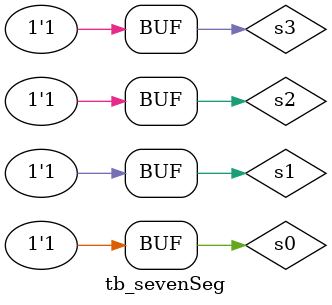
<source format=v>
`timescale 1ns / 1ps


module tb_sevenSeg;
    reg s0;
    reg s1;
    reg s2;
    reg s3;                    
    wire a;
    wire b;
    wire c;
    wire d;
    wire e;
    wire f;
    wire g;
    wire an0;
    wire an1;
    wire an2;
    wire an3;

sevenSeg uut (
    .s0(s0),
    .s1(s1),
    .s2(s2),
    .s3(s3),
    .a(a),
    .b(b),
    .c(c),
    .d(d),
    .e(e),
    .f(f),
    .g(g),
    .an0(an0),
    .an1(an1),
    .an2(an2),
    .an3(an3)                    
);

initial                                    
    begin
   
    s3 = 0;
    s2 = 0;
    s1 = 0;
    s0 = 0;
   
    #50
   
    s3 = 0;
    s2 = 0;
    s1 = 0;
    s0 = 0;
   
    $display ("TC01 ");
   
    #50
   
    s3 = 0;
    s2 = 0;
    s1 = 0;
    s0 = 1;
    $display ("TC02 ");
   
    #50
   
    s3 = 0;
    s2 = 0;
    s1 = 1;
    s0 = 0;
    $display ("TC03 ");
   
    #50
   
    s3 = 0;
    s2 = 0;
    s1 = 1;
    s0 = 1;
    $display ("TC04 ");
   
    #50
   
    s3 = 0;
    s2 = 1;
    s1 = 0;
    s0 = 0;
    $display ("TC05 ");
   
    #50
   
    s3 = 0;
    s2 = 1;
    s1 = 0;
    s0 = 1;
    $display ("TC06 ");

    #50
   
    s3 = 0;
    s2 = 1;
    s1 = 1;
    s0 = 0;
    $display ("TC07 ");

    #50
   
    s3 = 0;
    s2 = 1;
    s1 = 1;
    s0 = 1;
    $display ("TC08 ");

    #50
   
    s3 = 1;
    s2 = 0;
    s1 = 0;
    s0 = 0;
    $display ("TC09 ");

    #50
   
    s3 = 1;
    s2 = 0;
    s1 = 0;
    s0 = 1;
    $display ("TC10 ");

    #50
   
    s3 = 1;
    s2 = 0;
    s1 = 1;
    s0 = 0;
    $display ("TC11 ");

    #50
   
    s3 = 1;
    s2 = 0;
    s1 = 1;
    s0 = 1;
    $display ("TC12 ");

    #50
   
    s3 = 1;
    s2 = 1;
    s1 = 0;
    s0 = 0;
    $display ("TC13 ");

    #50
   
    s3 = 1;
    s2 = 1;
    s1 = 0;
    s0 = 1;
    $display ("TC14 ");

    #50
   
    s3 = 1;
    s2 = 1;
    s1 = 1;
    s0 = 0;
    $display ("TC15 ");

    #50
   
    s3 = 1;
    s2 = 1;
    s1 = 1;
    s0 = 1;
    $display ("TC16 ");
   
    end
endmodule

</source>
